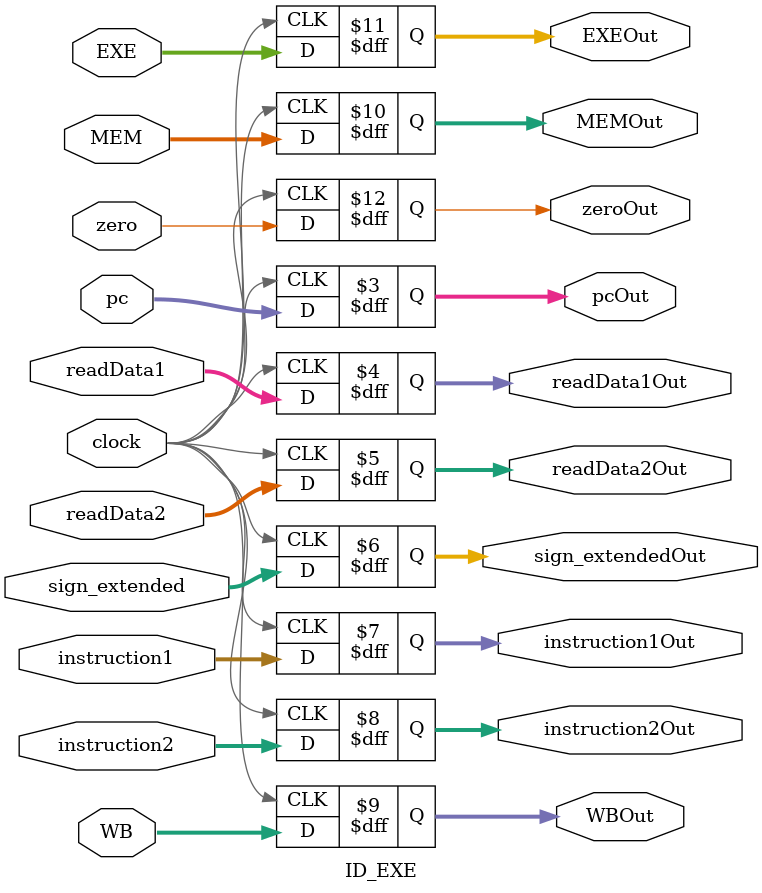
<source format=v>
module ID_EXE(clock,pc,zero,readData1,readData2,sign_extended,instruction1,instruction2,WB,MEM,EXE,
pcOut,zeroOut,readData1Out,readData2Out,sign_extendedOut,instruction1Out,instruction2Out,WBOut,MEMOut,EXEOut);

    input clock;
    input [31:0] pc;
    input [31:0] readData1,readData2,sign_extended;
    input [4:0] instruction1,instruction2;
    input [1:0] WB;
    input [2:0] MEM;
    input [3:0] EXE;
    input zero;

    output reg [31:0] pcOut ;
    output reg [31:0] readData1Out,readData2Out,sign_extendedOut;
    output reg [4:0] instruction1Out,instruction2Out;
    output reg [1:0] WBOut;
    output reg [2:0] MEMOut;
    output reg [3:0] EXEOut;
    output reg zeroOut;

    initial
    begin
        pcOut=32'b0;
        readData1Out=32'b0;
        readData2Out=32'b0;
        sign_extendedOut=32'b0;
        zeroOut=0;
    end

    always @(posedge clock)
    begin
         pcOut<=pc;
         readData1Out<=readData1;
         readData2Out<=readData2;
         sign_extendedOut<=sign_extended;
         instruction1Out<=instruction1;
         instruction2Out<=instruction2;
         WBOut<=WB;
         MEMOut<=MEM;
         EXEOut<=EXE;
         zeroOut<=zero;
    end

endmodule
</source>
